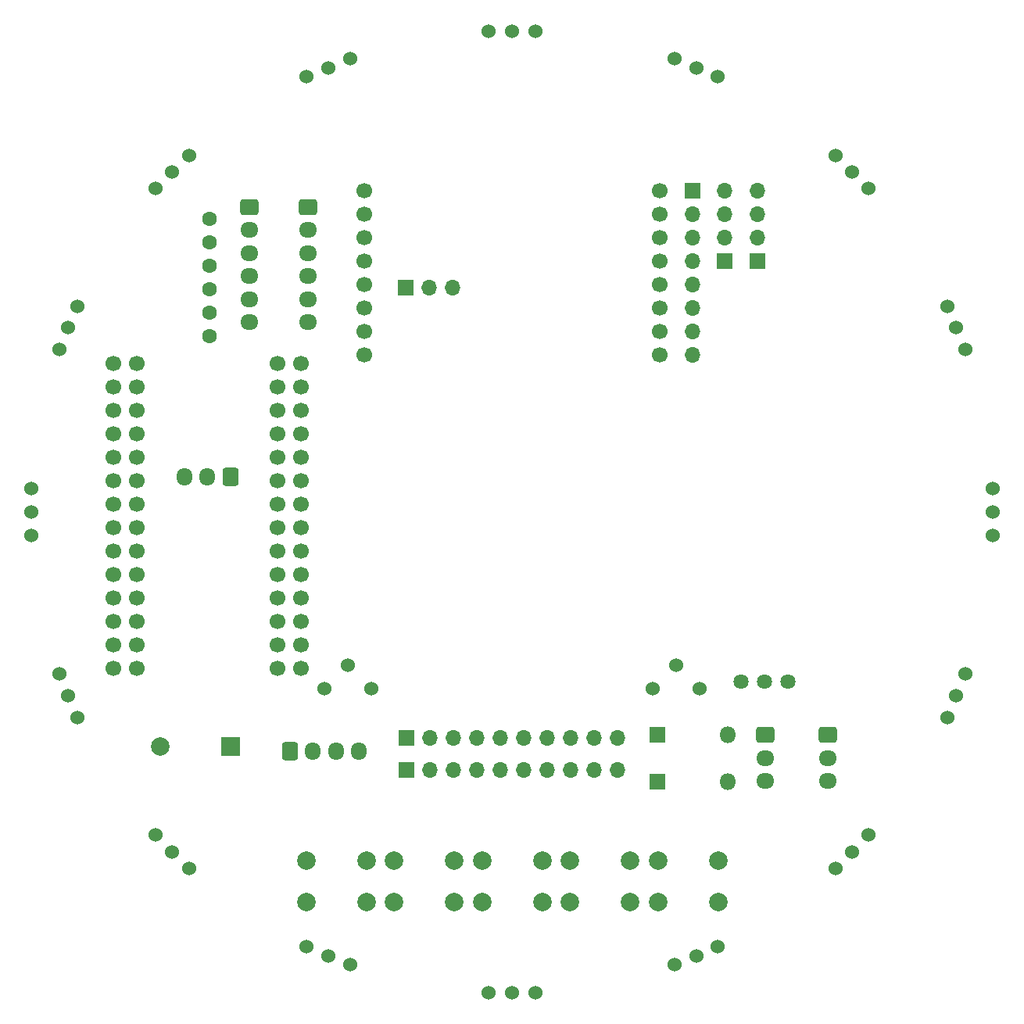
<source format=gbr>
%TF.GenerationSoftware,KiCad,Pcbnew,(6.0.5)*%
%TF.CreationDate,2023-02-26T15:47:36+09:00*%
%TF.ProjectId,mainboard,6d61696e-626f-4617-9264-2e6b69636164,rev?*%
%TF.SameCoordinates,Original*%
%TF.FileFunction,Soldermask,Bot*%
%TF.FilePolarity,Negative*%
%FSLAX46Y46*%
G04 Gerber Fmt 4.6, Leading zero omitted, Abs format (unit mm)*
G04 Created by KiCad (PCBNEW (6.0.5)) date 2023-02-26 15:47:36*
%MOMM*%
%LPD*%
G01*
G04 APERTURE LIST*
G04 Aperture macros list*
%AMRoundRect*
0 Rectangle with rounded corners*
0 $1 Rounding radius*
0 $2 $3 $4 $5 $6 $7 $8 $9 X,Y pos of 4 corners*
0 Add a 4 corners polygon primitive as box body*
4,1,4,$2,$3,$4,$5,$6,$7,$8,$9,$2,$3,0*
0 Add four circle primitives for the rounded corners*
1,1,$1+$1,$2,$3*
1,1,$1+$1,$4,$5*
1,1,$1+$1,$6,$7*
1,1,$1+$1,$8,$9*
0 Add four rect primitives between the rounded corners*
20,1,$1+$1,$2,$3,$4,$5,0*
20,1,$1+$1,$4,$5,$6,$7,0*
20,1,$1+$1,$6,$7,$8,$9,0*
20,1,$1+$1,$8,$9,$2,$3,0*%
G04 Aperture macros list end*
%ADD10C,1.524000*%
%ADD11C,2.000000*%
%ADD12C,1.600000*%
%ADD13R,1.700000X1.700000*%
%ADD14O,1.700000X1.700000*%
%ADD15C,1.635000*%
%ADD16RoundRect,0.250000X-0.725000X0.600000X-0.725000X-0.600000X0.725000X-0.600000X0.725000X0.600000X0*%
%ADD17O,1.950000X1.700000*%
%ADD18RoundRect,0.250000X0.600000X0.725000X-0.600000X0.725000X-0.600000X-0.725000X0.600000X-0.725000X0*%
%ADD19O,1.700000X1.950000*%
%ADD20C,1.700000*%
%ADD21RoundRect,0.250000X-0.600000X-0.725000X0.600000X-0.725000X0.600000X0.725000X-0.600000X0.725000X0*%
%ADD22R,1.800000X1.800000*%
%ADD23O,1.800000X1.800000*%
%ADD24R,2.000000X2.000000*%
G04 APERTURE END LIST*
D10*
%TO.C,R24*%
X132080000Y-120745000D03*
X134620000Y-118205000D03*
X137160000Y-120745000D03*
%TD*%
D11*
%TO.C,SW6*%
X146125000Y-139355000D03*
X139625000Y-139355000D03*
X139625000Y-143855000D03*
X146125000Y-143855000D03*
%TD*%
D12*
%TO.C,Q1*%
X119613000Y-74930000D03*
X119613000Y-72390000D03*
X119613000Y-69850000D03*
%TD*%
D11*
%TO.C,SW2*%
X165175000Y-139355000D03*
X158675000Y-139355000D03*
X165175000Y-143855000D03*
X158675000Y-143855000D03*
%TD*%
%TO.C,SW4*%
X168200000Y-139355000D03*
X174700000Y-139355000D03*
X168200000Y-143855000D03*
X174700000Y-143855000D03*
%TD*%
D10*
%TO.C,R34*%
X167640000Y-120745000D03*
X170180000Y-118205000D03*
X172720000Y-120745000D03*
%TD*%
D11*
%TO.C,SW5*%
X136600000Y-139355000D03*
X130100000Y-139355000D03*
X136600000Y-143855000D03*
X130100000Y-143855000D03*
%TD*%
%TO.C,SW1*%
X155650000Y-139355000D03*
X149150000Y-139355000D03*
X149150000Y-143855000D03*
X155650000Y-143855000D03*
%TD*%
D12*
%TO.C,Q2*%
X119613000Y-82550000D03*
X119613000Y-80010000D03*
X119613000Y-77470000D03*
%TD*%
D13*
%TO.C,J6*%
X140975000Y-126075000D03*
D14*
X143515000Y-126075000D03*
X146055000Y-126075000D03*
X148595000Y-126075000D03*
X151135000Y-126075000D03*
X153675000Y-126075000D03*
X156215000Y-126075000D03*
X158755000Y-126075000D03*
X161295000Y-126075000D03*
X163835000Y-126075000D03*
%TD*%
D15*
%TO.C,SW3*%
X182245000Y-120015000D03*
X179705000Y-120015000D03*
X177165000Y-120015000D03*
%TD*%
D10*
%TO.C,U16*%
X201478423Y-119179672D03*
X200506407Y-121526326D03*
X199534391Y-123872980D03*
%TD*%
%TO.C,U8*%
X113784898Y-66577001D03*
X115580950Y-64780950D03*
X117377001Y-62984898D03*
%TD*%
D16*
%TO.C,J11*%
X186546000Y-125770000D03*
D17*
X186546000Y-128270000D03*
X186546000Y-130770000D03*
%TD*%
D10*
%TO.C,U11*%
X149860000Y-49530000D03*
X152400000Y-49530000D03*
X154940000Y-49530000D03*
%TD*%
%TO.C,U17*%
X191015102Y-136622999D03*
X189219050Y-138419050D03*
X187422999Y-140215102D03*
%TD*%
%TO.C,U2*%
X154940000Y-153670000D03*
X152400000Y-153670000D03*
X149860000Y-153670000D03*
%TD*%
D13*
%TO.C,J4*%
X140975000Y-129540000D03*
D14*
X143515000Y-129540000D03*
X146055000Y-129540000D03*
X148595000Y-129540000D03*
X151135000Y-129540000D03*
X153675000Y-129540000D03*
X156215000Y-129540000D03*
X158755000Y-129540000D03*
X161295000Y-129540000D03*
X163835000Y-129540000D03*
%TD*%
D16*
%TO.C,J12*%
X179815000Y-125770000D03*
D17*
X179815000Y-128270000D03*
X179815000Y-130770000D03*
%TD*%
D13*
%TO.C,J8*%
X171958000Y-66802000D03*
D14*
X171958000Y-69342000D03*
X171958000Y-71882000D03*
X171958000Y-74422000D03*
X171958000Y-76962000D03*
X171958000Y-79502000D03*
X171958000Y-82042000D03*
X171958000Y-84582000D03*
%TD*%
D10*
%TO.C,U7*%
X103321577Y-84020328D03*
X104293593Y-81673674D03*
X105265609Y-79327020D03*
%TD*%
D13*
%TO.C,J2*%
X178968000Y-74422000D03*
D14*
X178968000Y-71882000D03*
X178968000Y-69342000D03*
X178968000Y-66802000D03*
%TD*%
D18*
%TO.C,J9*%
X121880000Y-97773000D03*
D19*
X119380000Y-97773000D03*
X116880000Y-97773000D03*
%TD*%
D10*
%TO.C,U5*%
X105265609Y-123872980D03*
X104293593Y-121526326D03*
X103321577Y-119179672D03*
%TD*%
D20*
%TO.C,U21*%
X129540000Y-90630000D03*
X109220000Y-95710000D03*
X127000000Y-85550000D03*
X111760000Y-88090000D03*
X109220000Y-113490000D03*
X109220000Y-93170000D03*
X127000000Y-88090000D03*
X127000000Y-90630000D03*
X127000000Y-93170000D03*
X127000000Y-95710000D03*
X127000000Y-98250000D03*
X127000000Y-100790000D03*
X127000000Y-103330000D03*
X127000000Y-105870000D03*
X127000000Y-108410000D03*
X127000000Y-110950000D03*
X127000000Y-113490000D03*
X127000000Y-116030000D03*
X127000000Y-118570000D03*
X129540000Y-118570000D03*
X109220000Y-116030000D03*
X109220000Y-118570000D03*
X111760000Y-118570000D03*
X111760000Y-116030000D03*
X111760000Y-113490000D03*
X111760000Y-110950000D03*
X111760000Y-108410000D03*
X111760000Y-105870000D03*
X111760000Y-103330000D03*
X111760000Y-100790000D03*
X111760000Y-98250000D03*
X111760000Y-95710000D03*
X111760000Y-93170000D03*
X111760000Y-90630000D03*
X109220000Y-110950000D03*
X129540000Y-95710000D03*
X111760000Y-85550000D03*
X109220000Y-85550000D03*
X109220000Y-108410000D03*
X109220000Y-100790000D03*
X109220000Y-103330000D03*
X109220000Y-98250000D03*
X109220000Y-105870000D03*
X129540000Y-105870000D03*
X129540000Y-116030000D03*
X129540000Y-108410000D03*
X129540000Y-113490000D03*
X129540000Y-110950000D03*
X129540000Y-85550000D03*
X129540000Y-88090000D03*
X129540000Y-93170000D03*
X129540000Y-98250000D03*
X129540000Y-100790000D03*
X129540000Y-103330000D03*
X109220000Y-88090000D03*
X109220000Y-90630000D03*
%TD*%
D10*
%TO.C,U4*%
X117377001Y-140215102D03*
X115580950Y-138419050D03*
X113784898Y-136622999D03*
%TD*%
D20*
%TO.C,U19*%
X136400000Y-66802000D03*
X136400000Y-69342000D03*
X136400000Y-71882000D03*
X136400000Y-74422000D03*
X136400000Y-76962000D03*
X136400000Y-79502000D03*
X136400000Y-82042000D03*
X136400000Y-84582000D03*
X168400000Y-84582000D03*
X168400000Y-82042000D03*
X168400000Y-79502000D03*
X168400000Y-76962000D03*
X168400000Y-74422000D03*
X168400000Y-71882000D03*
X168400000Y-69342000D03*
X168400000Y-66802000D03*
%TD*%
D10*
%TO.C,U15*%
X204470000Y-99060000D03*
X204470000Y-101600000D03*
X204470000Y-104140000D03*
%TD*%
%TO.C,U13*%
X187422999Y-62984898D03*
X189219050Y-64780950D03*
X191015102Y-66577001D03*
%TD*%
%TO.C,U3*%
X134820328Y-150678423D03*
X132473674Y-149706407D03*
X130127020Y-148734391D03*
%TD*%
%TO.C,U18*%
X174672980Y-148734391D03*
X172326326Y-149706407D03*
X169979672Y-150678423D03*
%TD*%
D21*
%TO.C,J10*%
X128330000Y-127525000D03*
D19*
X130830000Y-127525000D03*
X133330000Y-127525000D03*
X135830000Y-127525000D03*
%TD*%
D10*
%TO.C,U14*%
X199534391Y-79327020D03*
X200506407Y-81673674D03*
X201478423Y-84020328D03*
%TD*%
D16*
%TO.C,J5*%
X123935000Y-68580000D03*
D17*
X123935000Y-71080000D03*
X123935000Y-73580000D03*
X123935000Y-76080000D03*
X123935000Y-78580000D03*
X123935000Y-81080000D03*
%TD*%
D22*
%TO.C,D20*%
X168148000Y-125730000D03*
D23*
X175768000Y-125730000D03*
%TD*%
D13*
%TO.C,J7*%
X140858000Y-77318000D03*
D14*
X143398000Y-77318000D03*
X145938000Y-77318000D03*
%TD*%
D22*
%TO.C,D21*%
X168148000Y-130810000D03*
D23*
X175768000Y-130810000D03*
%TD*%
D16*
%TO.C,J3*%
X130285000Y-68580000D03*
D17*
X130285000Y-71080000D03*
X130285000Y-73580000D03*
X130285000Y-76080000D03*
X130285000Y-78580000D03*
X130285000Y-81080000D03*
%TD*%
D24*
%TO.C,BZ1*%
X121910000Y-127000000D03*
D11*
X114310000Y-127000000D03*
%TD*%
D10*
%TO.C,U6*%
X100330000Y-104140000D03*
X100330000Y-101600000D03*
X100330000Y-99060000D03*
%TD*%
%TO.C,U12*%
X169979672Y-52521577D03*
X172326326Y-53493593D03*
X174672980Y-54465609D03*
%TD*%
%TO.C,U9*%
X130127020Y-54465609D03*
X132473674Y-53493593D03*
X134820328Y-52521577D03*
%TD*%
D13*
%TO.C,J1*%
X175387000Y-74422000D03*
D14*
X175387000Y-71882000D03*
X175387000Y-69342000D03*
X175387000Y-66802000D03*
%TD*%
M02*

</source>
